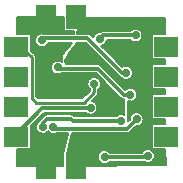
<source format=gbl>
G04 DipTrace 2.4.0.2*
%INECGADCBufferAry.gbl*%
%MOIN*%
%ADD13C,0.01*%
%ADD14C,0.012*%
%ADD17C,0.018*%
%ADD18C,0.006*%
%ADD20R,0.08X0.0669*%
%ADD21R,0.0669X0.08*%
%ADD28C,0.028*%
%ADD29C,0.028*%
%FSLAX44Y44*%
G04*
G70*
G90*
G75*
G01*
%LNBottom*%
%LPD*%
X6533Y6692D2*
D13*
Y6412D1*
X6193Y6073D1*
X4608D1*
X4451Y6229D1*
Y7582D1*
X4096Y7937D1*
X3937D1*
X6409Y5904D2*
D14*
Y5889D1*
X4804D1*
X3852Y4937D1*
X3937D1*
X7591Y7067D2*
X7461D1*
X6307Y8220D1*
X4856D1*
X4782Y8146D1*
X5976Y6338D2*
Y6651D1*
X5663Y6338D2*
X5976D1*
X5663Y6651D1*
X5346D1*
X4858Y7139D1*
Y7589D1*
X4581Y7866D1*
X5536Y7943D2*
X5146D1*
X4931Y7727D1*
X4719D1*
X4581Y7866D1*
X5130Y4587D2*
X4825D1*
X4583Y4829D1*
Y4557D1*
X4311Y4285D1*
X4937Y3937D2*
Y4394D1*
X5130Y4587D1*
X8317Y4297D2*
Y4253D1*
X6881D1*
X6876Y4258D1*
X5173Y5253D2*
Y5201D1*
X7628D1*
X7947Y5519D1*
X7741Y6340D2*
X7513D1*
X6658Y7195D1*
X5361D1*
X5314Y7242D1*
X7910Y8309D2*
X6836D1*
X6725Y8198D1*
X7429Y5461D2*
X5810D1*
X5747Y5525D1*
X4964D1*
X4817Y5378D1*
Y5270D1*
X5937Y3937D2*
D17*
Y4050D1*
X6487Y4599D1*
X7812D1*
X8313Y5100D1*
X8089Y7327D2*
Y7109D1*
X7706Y6725D1*
X7478D1*
X6666Y7537D1*
X5749D1*
X5675Y7464D1*
X8313Y5100D2*
Y7103D1*
X8089Y7327D1*
D14*
Y7891D1*
X8286Y8087D1*
Y8364D1*
X8011Y8639D1*
X6235D1*
X5937Y8937D1*
D29*
X6533Y6692D3*
X6409Y5904D3*
X6876Y4258D3*
X5130Y4587D3*
X5536Y7943D3*
X5675Y7464D3*
X7910Y8309D3*
X8089Y7327D3*
X7741Y6340D3*
X7947Y5519D3*
X8313Y5100D3*
X8317Y4297D3*
X7591Y7067D3*
X7429Y5461D3*
X4782Y8146D3*
X5314Y7242D3*
X6725Y8198D3*
X5173Y5253D3*
X4817Y5270D3*
X4583Y4829D3*
X4311Y4285D3*
X4581Y7866D3*
X6162Y8847D2*
D18*
X8885D1*
X6137Y8788D2*
X8885D1*
X6112Y8730D2*
X8885D1*
X6088Y8671D2*
X8885D1*
X6063Y8613D2*
X8885D1*
X6038Y8554D2*
X8886D1*
X6014Y8496D2*
X7766D1*
X8053D2*
X8886D1*
X5989Y8437D2*
X6749D1*
X8109D2*
X8886D1*
X5980Y8379D2*
X6574D1*
X8137D2*
X8886D1*
X6429Y8320D2*
X6523D1*
X8148D2*
X8439D1*
X8143Y8262D2*
X8439D1*
X8122Y8203D2*
X8439D1*
X6957Y8145D2*
X7739D1*
X8080D2*
X8439D1*
X6935Y8086D2*
X7837D1*
X7982D2*
X8439D1*
X5940Y8027D2*
X6279D1*
X6889D2*
X8439D1*
X5890Y7969D2*
X6337D1*
X6780D2*
X8439D1*
X5840Y7910D2*
X6395D1*
X6838D2*
X8439D1*
X5790Y7852D2*
X6454D1*
X6896D2*
X8439D1*
X5741Y7793D2*
X6513D1*
X6955D2*
X8439D1*
X5692Y7735D2*
X6571D1*
X7014D2*
X8439D1*
X5668Y7676D2*
X6630D1*
X7072D2*
X8439D1*
X5644Y7618D2*
X6688D1*
X7131D2*
X8439D1*
X5618Y7559D2*
X6747D1*
X7189D2*
X8439D1*
X5607Y7501D2*
X6806D1*
X7248D2*
X8890D1*
X5606Y7442D2*
X6864D1*
X7307D2*
X8890D1*
X5606Y7384D2*
X6923D1*
X7365D2*
X8890D1*
X6742Y7325D2*
X6981D1*
X7424D2*
X8439D1*
X6808Y7267D2*
X7040D1*
X7716D2*
X8439D1*
X6866Y7208D2*
X7099D1*
X7781D2*
X8439D1*
X6925Y7150D2*
X7157D1*
X7814D2*
X8439D1*
X6982Y7091D2*
X7215D1*
X7828D2*
X8439D1*
X7041Y7032D2*
X7273D1*
X7827D2*
X8439D1*
X7100Y6974D2*
X7332D1*
X7810D2*
X8439D1*
X7158Y6915D2*
X7409D1*
X7774D2*
X8439D1*
X7217Y6857D2*
X7486D1*
X7697D2*
X8439D1*
X7275Y6798D2*
X8439D1*
X7334Y6740D2*
X8439D1*
X7393Y6681D2*
X8439D1*
X7451Y6623D2*
X8439D1*
X7510Y6564D2*
X7676D1*
X7805D2*
X8439D1*
X7909Y6506D2*
X8894D1*
X7953Y6447D2*
X8894D1*
X7974Y6389D2*
X8895D1*
X7979Y6330D2*
X8439D1*
X7969Y6272D2*
X8439D1*
X7942Y6213D2*
X8439D1*
X7888Y6155D2*
X8439D1*
X7675Y6096D2*
X8439D1*
X7675Y6037D2*
X8439D1*
X7674Y5979D2*
X8439D1*
X7674Y5920D2*
X8439D1*
X7674Y5862D2*
X8439D1*
X7673Y5803D2*
X8439D1*
X7673Y5745D2*
X7885D1*
X8008D2*
X8439D1*
X7673Y5686D2*
X7779D1*
X8114D2*
X8439D1*
X7673Y5628D2*
X7735D1*
X8158D2*
X8439D1*
X7672Y5569D2*
X7714D1*
X8179D2*
X8439D1*
X7672Y5511D2*
X7708D1*
X8185D2*
X8439D1*
X8175Y5452D2*
X8899D1*
X8148Y5394D2*
X8899D1*
X8094Y5335D2*
X8439D1*
X7925Y5277D2*
X8439D1*
X7867Y5218D2*
X8439D1*
X7808Y5160D2*
X8439D1*
X7749Y5101D2*
X8439D1*
X5801Y5042D2*
X8439D1*
X5787Y4984D2*
X8439D1*
X5773Y4925D2*
X8439D1*
X5759Y4867D2*
X8439D1*
X5745Y4808D2*
X8439D1*
X5731Y4750D2*
X8439D1*
X5718Y4691D2*
X8439D1*
X5704Y4633D2*
X8439D1*
X5690Y4574D2*
X8439D1*
X5676Y4516D2*
X8234D1*
X8400D2*
X8439D1*
X5662Y4457D2*
X6751D1*
X7001D2*
X8143D1*
X8491D2*
X8902D1*
X5648Y4399D2*
X6685D1*
X8532D2*
X8902D1*
X5642Y4340D2*
X6653D1*
X8551D2*
X8902D1*
X5641Y4282D2*
X6639D1*
X8554D2*
X8903D1*
X5640Y4223D2*
X6640D1*
X8543D2*
X8903D1*
X5638Y4165D2*
X6657D1*
X8514D2*
X8903D1*
X5637Y4106D2*
X6695D1*
X8455D2*
X8903D1*
X5636Y4047D2*
X6772D1*
X6980D2*
X8904D1*
X5635Y3989D2*
X8904D1*
X8475Y8364D2*
X8893D1*
X8890Y8905D1*
X6180D1*
X6095Y8703D1*
X5975Y8418D1*
X5974Y8371D1*
X6082Y8372D1*
X6307D1*
X6337Y8369D1*
X6366Y8361D1*
X6392Y8347D1*
X6415Y8328D1*
X6498Y8245D1*
X6506Y8274D1*
X6518Y8302D1*
X6533Y8328D1*
X6551Y8351D1*
X6572Y8372D1*
X6596Y8391D1*
X6622Y8406D1*
X6649Y8417D1*
X6678Y8425D1*
X6708Y8429D1*
X6742D1*
X6778Y8449D1*
X6807Y8458D1*
X6836Y8461D1*
X7735Y8462D1*
X7757Y8483D1*
X7780Y8501D1*
X7806Y8516D1*
X7834Y8528D1*
X7863Y8536D1*
X7892Y8540D1*
X7922D1*
X7952Y8537D1*
X7981Y8530D1*
X8009Y8519D1*
X8035Y8504D1*
X8059Y8487D1*
X8081Y8466D1*
X8099Y8443D1*
X8115Y8417D1*
X8127Y8390D1*
X8136Y8361D1*
X8141Y8332D1*
X8142Y8309D1*
X8140Y8279D1*
X8134Y8249D1*
X8125Y8221D1*
X8112Y8194D1*
X8096Y8169D1*
X8076Y8146D1*
X8054Y8126D1*
X8029Y8109D1*
X8003Y8096D1*
X7975Y8085D1*
X7945Y8079D1*
X7916Y8076D1*
X7886Y8077D1*
X7856Y8082D1*
X7828Y8091D1*
X7800Y8104D1*
X7775Y8119D1*
X7752Y8138D1*
X7734Y8156D1*
X6953D1*
X6950Y8139D1*
X6941Y8110D1*
X6928Y8083D1*
X6911Y8058D1*
X6892Y8036D1*
X6870Y8015D1*
X6845Y7998D1*
X6818Y7985D1*
X6773Y7971D1*
X6965Y7778D1*
X7475Y7268D1*
X7515Y7286D1*
X7544Y7294D1*
X7574Y7298D1*
X7604Y7299D1*
X7633Y7295D1*
X7662Y7288D1*
X7690Y7277D1*
X7716Y7262D1*
X7740Y7245D1*
X7762Y7224D1*
X7781Y7201D1*
X7796Y7175D1*
X7809Y7148D1*
X7817Y7120D1*
X7822Y7090D1*
X7823Y7067D1*
X7822Y7037D1*
X7816Y7007D1*
X7806Y6979D1*
X7793Y6952D1*
X7777Y6927D1*
X7758Y6904D1*
X7735Y6884D1*
X7711Y6867D1*
X7684Y6854D1*
X7656Y6844D1*
X7627Y6837D1*
X7597Y6834D1*
X7567Y6836D1*
X7538Y6841D1*
X7509Y6849D1*
X7482Y6862D1*
X7456Y6877D1*
X7433Y6896D1*
X7409Y6923D1*
X7376Y6940D1*
X7353Y6959D1*
X6244Y8068D1*
X5962D1*
X5949Y8045D1*
X5688Y7738D1*
X5601Y7531D1*
X5600Y7347D1*
X6658D1*
X6688Y7344D1*
X6717Y7335D1*
X6743Y7321D1*
X6766Y7302D1*
X7571Y6498D1*
X7588Y6514D1*
X7612Y6533D1*
X7637Y6548D1*
X7665Y6559D1*
X7694Y6567D1*
X7723Y6571D1*
X7753Y6572D1*
X7783Y6568D1*
X7812Y6561D1*
X7840Y6550D1*
X7866Y6535D1*
X7890Y6518D1*
X7912Y6497D1*
X7931Y6474D1*
X7946Y6448D1*
X7958Y6421D1*
X7967Y6392D1*
X7972Y6363D1*
X7973Y6340D1*
X7971Y6310D1*
X7966Y6280D1*
X7956Y6252D1*
X7943Y6225D1*
X7927Y6200D1*
X7907Y6177D1*
X7885Y6157D1*
X7860Y6140D1*
X7834Y6127D1*
X7806Y6116D1*
X7777Y6110D1*
X7747Y6107D1*
X7717Y6109D1*
X7670Y6119D1*
X7665Y5454D1*
X7715Y5503D1*
Y5537D1*
X7719Y5567D1*
X7727Y5596D1*
X7739Y5623D1*
X7754Y5649D1*
X7772Y5673D1*
X7793Y5694D1*
X7817Y5712D1*
X7843Y5727D1*
X7871Y5739D1*
X7899Y5747D1*
X7929Y5751D1*
X7959D1*
X7989Y5748D1*
X8018Y5741D1*
X8045Y5730D1*
X8072Y5715D1*
X8096Y5697D1*
X8117Y5677D1*
X8136Y5654D1*
X8152Y5628D1*
X8164Y5601D1*
X8173Y5572D1*
X8178Y5543D1*
X8179Y5519D1*
X8177Y5489D1*
X8171Y5460D1*
X8162Y5432D1*
X8149Y5405D1*
X8132Y5380D1*
X8113Y5357D1*
X8091Y5337D1*
X8066Y5320D1*
X8040Y5306D1*
X8011Y5296D1*
X7982Y5290D1*
X7952Y5287D1*
X7931Y5288D1*
X7736Y5093D1*
X7712Y5074D1*
X7686Y5060D1*
X7658Y5051D1*
X7628Y5048D1*
X5796D1*
X5636Y4371D1*
X5628Y3946D1*
X8910Y3979D1*
X8908Y4509D1*
X8472Y4510D1*
X8445D1*
Y5364D1*
X8904D1*
Y5510D1*
X8445D1*
Y6364D1*
X8900D1*
Y6510D1*
X8445D1*
Y7364D1*
X8896D1*
Y7511D1*
X8801Y7510D1*
X8445D1*
Y8364D1*
X8475D1*
X7047Y4101D2*
X7020Y4076D1*
X6996Y4059D1*
X6969Y4045D1*
X6941Y4035D1*
X6912Y4028D1*
X6882Y4026D1*
X6852Y4027D1*
X6822Y4032D1*
X6794Y4041D1*
X6767Y4053D1*
X6741Y4069D1*
X6718Y4087D1*
X6697Y4109D1*
X6680Y4133D1*
X6665Y4160D1*
X6655Y4187D1*
X6647Y4216D1*
X6644Y4246D1*
Y4276D1*
X6649Y4306D1*
X6657Y4334D1*
X6668Y4362D1*
X6683Y4388D1*
X6702Y4411D1*
X6723Y4433D1*
X6747Y4451D1*
X6772Y4466D1*
X6800Y4477D1*
X6829Y4485D1*
X6858Y4490D1*
X6888D1*
X6918Y4486D1*
X6947Y4479D1*
X6975Y4468D1*
X7001Y4454D1*
X7025Y4436D1*
X7056Y4404D1*
X7150Y4405D1*
X8112D1*
X8124Y4426D1*
X8143Y4450D1*
X8164Y4471D1*
X8188Y4490D1*
X8213Y4505D1*
X8241Y4516D1*
X8270Y4524D1*
X8299Y4528D1*
X8329Y4529D1*
X8359Y4525D1*
X8388Y4518D1*
X8416Y4507D1*
X8442Y4492D1*
X8466Y4475D1*
X8488Y4454D1*
X8507Y4431D1*
X8522Y4405D1*
X8535Y4378D1*
X8543Y4349D1*
X8548Y4320D1*
X8549Y4297D1*
X8547Y4267D1*
X8542Y4237D1*
X8532Y4209D1*
X8519Y4182D1*
X8503Y4157D1*
X8483Y4134D1*
X8461Y4114D1*
X8437Y4097D1*
X8410Y4084D1*
X8382Y4073D1*
X8353Y4067D1*
X8323Y4064D1*
X8293Y4066D1*
X8263Y4071D1*
X8235Y4079D1*
X8193Y4101D1*
X7046D1*
X3972Y8852D2*
X5504D1*
X3972Y8794D2*
X5504D1*
X3972Y8735D2*
X5504D1*
X3972Y8677D2*
X5504D1*
X3972Y8618D2*
X5504D1*
X3972Y8560D2*
X5504D1*
X3972Y8501D2*
X5504D1*
X3972Y8443D2*
X5847D1*
X3972Y8384D2*
X5846D1*
X4435Y8326D2*
X4629D1*
X4435Y8267D2*
X4577D1*
X4435Y8209D2*
X4552D1*
X4435Y8150D2*
X4544D1*
X4435Y8092D2*
X4550D1*
X4435Y8033D2*
X4573D1*
X4990D2*
X5772D1*
X4435Y7975D2*
X4619D1*
X4944D2*
X5723D1*
X4435Y7916D2*
X4746D1*
X4818D2*
X5673D1*
X4435Y7857D2*
X5623D1*
X4441Y7799D2*
X5573D1*
X4500Y7740D2*
X5523D1*
X4558Y7682D2*
X5474D1*
X4593Y7623D2*
X5460D1*
X4599Y7565D2*
X5459D1*
X4599Y7506D2*
X5441D1*
X4599Y7448D2*
X5201D1*
X4599Y7389D2*
X5128D1*
X4599Y7331D2*
X5093D1*
X4599Y7272D2*
X5077D1*
X4599Y7214D2*
X5077D1*
X4599Y7155D2*
X5092D1*
X4599Y7097D2*
X5127D1*
X4599Y7038D2*
X5196D1*
X5431D2*
X6593D1*
X4599Y6979D2*
X6652D1*
X4599Y6921D2*
X6486D1*
X6580D2*
X6711D1*
X4599Y6862D2*
X6369D1*
X6697D2*
X6769D1*
X4599Y6804D2*
X6323D1*
X6743D2*
X6828D1*
X4599Y6745D2*
X6300D1*
X6765D2*
X6886D1*
X4599Y6687D2*
X6295D1*
X6771D2*
X6945D1*
X4599Y6628D2*
X6303D1*
X6762D2*
X7004D1*
X4599Y6570D2*
X6329D1*
X6736D2*
X7062D1*
X4599Y6511D2*
X6382D1*
X6684D2*
X7121D1*
X4599Y6453D2*
X6366D1*
X6681D2*
X7178D1*
X4599Y6394D2*
X6307D1*
X6680D2*
X7237D1*
X4599Y6336D2*
X6249D1*
X6658D2*
X7296D1*
X4611Y6277D2*
X6190D1*
X6604D2*
X7354D1*
X4669Y6219D2*
X6132D1*
X6546D2*
X7415D1*
X6487Y6160D2*
X7524D1*
X6537Y6102D2*
X7524D1*
X6601Y6043D2*
X7524D1*
X6633Y5984D2*
X7524D1*
X6646Y5926D2*
X7523D1*
X6644Y5867D2*
X7523D1*
X6628Y5809D2*
X7523D1*
X6589Y5750D2*
X7523D1*
X4829Y5692D2*
X6309D1*
X6510D2*
X7395D1*
X7463D2*
X7522D1*
X4770Y5633D2*
X4851D1*
X5860D2*
X7267D1*
X4711Y5575D2*
X4792D1*
X4653Y5516D2*
X4734D1*
X4594Y5458D2*
X4674D1*
X4536Y5399D2*
X4617D1*
X4477Y5341D2*
X4589D1*
X4435Y5282D2*
X4579D1*
X4435Y5224D2*
X4584D1*
X4435Y5165D2*
X4603D1*
X4435Y5107D2*
X4646D1*
X4435Y5048D2*
X4744D1*
X4889D2*
X5057D1*
X5289D2*
X5663D1*
X4435Y4989D2*
X5648D1*
X4435Y4931D2*
X5633D1*
X4435Y4872D2*
X5618D1*
X4435Y4814D2*
X5603D1*
X4435Y4755D2*
X5588D1*
X4435Y4697D2*
X5573D1*
X4435Y4638D2*
X5558D1*
X4435Y4580D2*
X5544D1*
X4435Y4521D2*
X5529D1*
X3976Y4463D2*
X5514D1*
X3976Y4404D2*
X5499D1*
X3976Y4346D2*
X5485D1*
X3976Y4287D2*
X5486D1*
X3976Y4229D2*
X5487D1*
X3976Y4170D2*
X5487D1*
X3976Y4112D2*
X5488D1*
X3976Y4053D2*
X5488D1*
X3977Y3994D2*
X5489D1*
X4429Y5299D2*
Y4510D1*
X3970D1*
X3971Y3972D1*
X5496Y3967D1*
X5492Y4266D1*
Y4354D1*
X5669Y5049D1*
X5533Y5048D1*
X5284D1*
X5238Y5030D1*
X5208Y5023D1*
X5179Y5020D1*
X5149Y5022D1*
X5119Y5027D1*
X5091Y5035D1*
X5064Y5048D1*
X5038Y5063D1*
X5015Y5082D1*
X4987Y5114D1*
X4961Y5088D1*
X4936Y5071D1*
X4910Y5057D1*
X4882Y5047D1*
X4852Y5041D1*
X4823Y5038D1*
X4793Y5039D1*
X4763Y5044D1*
X4735Y5053D1*
X4707Y5065D1*
X4682Y5081D1*
X4659Y5100D1*
X4638Y5122D1*
X4621Y5146D1*
X4606Y5172D1*
X4595Y5200D1*
X4588Y5229D1*
X4585Y5259D1*
Y5288D1*
X4589Y5318D1*
X4597Y5347D1*
X4609Y5374D1*
X4624Y5400D1*
X4642Y5424D1*
X4664Y5445D1*
X4693Y5466D1*
X4730Y5507D1*
X4856Y5633D1*
X4879Y5652D1*
X4906Y5666D1*
X4934Y5674D1*
X4964Y5677D1*
X5747D1*
X5776Y5674D1*
X5805Y5666D1*
X5831Y5652D1*
X5854Y5633D1*
X5874Y5614D1*
X7255Y5615D1*
X7276Y5636D1*
X7300Y5654D1*
X7325Y5669D1*
X7353Y5681D1*
X7382Y5689D1*
X7411Y5693D1*
X7441D1*
X7471Y5690D1*
X7500Y5682D1*
X7529Y5671D1*
Y5935D1*
X7530Y6167D1*
X7510Y6187D1*
X7483Y6190D1*
X7455Y6199D1*
X7429Y6213D1*
X7405Y6232D1*
X6596Y7042D1*
X5432D1*
X5407Y7029D1*
X5379Y7019D1*
X5349Y7012D1*
X5320Y7010D1*
X5290Y7011D1*
X5260Y7016D1*
X5232Y7024D1*
X5204Y7037D1*
X5179Y7053D1*
X5156Y7071D1*
X5135Y7093D1*
X5118Y7117D1*
X5103Y7144D1*
X5092Y7171D1*
X5085Y7200D1*
X5082Y7230D1*
Y7260D1*
X5086Y7290D1*
X5094Y7318D1*
X5106Y7346D1*
X5121Y7372D1*
X5139Y7395D1*
X5161Y7416D1*
X5184Y7435D1*
X5210Y7450D1*
X5238Y7461D1*
X5267Y7469D1*
X5296Y7473D1*
X5326Y7474D1*
X5356Y7470D1*
X5385Y7463D1*
X5413Y7452D1*
X5446Y7433D1*
X5443Y7452D1*
Y7482D1*
X5448Y7511D1*
X5456Y7540D1*
X5466Y7564D1*
Y7656D1*
X5473Y7674D1*
X5808Y8068D1*
X4999D1*
X4984Y8032D1*
X4967Y8007D1*
X4948Y7984D1*
X4926Y7964D1*
X4901Y7947D1*
X4875Y7933D1*
X4846Y7923D1*
X4817Y7917D1*
X4787Y7914D1*
X4758Y7915D1*
X4728Y7920D1*
X4699Y7929D1*
X4672Y7941D1*
X4647Y7957D1*
X4624Y7976D1*
X4603Y7997D1*
X4585Y8022D1*
X4571Y8048D1*
X4560Y8076D1*
X4553Y8105D1*
X4550Y8134D1*
Y8164D1*
X4554Y8194D1*
X4562Y8223D1*
X4574Y8250D1*
X4589Y8276D1*
X4607Y8300D1*
X4628Y8321D1*
X4652Y8339D1*
X4678Y8354D1*
X4706Y8366D1*
X4734Y8374D1*
X4764Y8378D1*
X4794D1*
X4837Y8371D1*
X4915Y8372D1*
X5853D1*
Y8435D1*
Y8445D1*
X5510D1*
Y8909D1*
X5291D1*
X3966Y8911D1*
Y8364D1*
X4429D1*
X4430Y7805D1*
X4552Y7683D1*
X4571Y7660D1*
X4584Y7633D1*
X4591Y7610D1*
X4594Y7552D1*
Y6287D1*
X4667Y6215D1*
X6135Y6216D1*
X6390Y6472D1*
Y6509D1*
X6354Y6544D1*
X6337Y6568D1*
X6322Y6594D1*
X6311Y6622D1*
X6304Y6651D1*
X6301Y6681D1*
Y6711D1*
X6305Y6740D1*
X6313Y6769D1*
X6325Y6797D1*
X6340Y6822D1*
X6358Y6846D1*
X6380Y6867D1*
X6403Y6885D1*
X6429Y6900D1*
X6457Y6912D1*
X6485Y6920D1*
X6515Y6924D1*
X6545D1*
X6575Y6921D1*
X6604Y6914D1*
X6631Y6903D1*
X6658Y6888D1*
X6682Y6871D1*
X6703Y6850D1*
X6722Y6827D1*
X6738Y6801D1*
X6750Y6774D1*
X6759Y6745D1*
X6764Y6716D1*
X6765Y6692D1*
X6763Y6663D1*
X6757Y6633D1*
X6748Y6605D1*
X6735Y6578D1*
X6718Y6553D1*
X6699Y6530D1*
X6674Y6509D1*
X6675Y6412D1*
X6672Y6383D1*
X6663Y6354D1*
X6651Y6334D1*
X6612Y6291D1*
X6453Y6131D1*
X6480Y6125D1*
X6508Y6114D1*
X6534Y6100D1*
X6558Y6082D1*
X6580Y6061D1*
X6599Y6038D1*
X6615Y6013D1*
X6627Y5985D1*
X6636Y5957D1*
X6640Y5927D1*
X6642Y5904D1*
X6640Y5874D1*
X6634Y5845D1*
X6625Y5816D1*
X6612Y5789D1*
X6595Y5764D1*
X6576Y5742D1*
X6553Y5722D1*
X6529Y5705D1*
X6502Y5691D1*
X6474Y5681D1*
X6445Y5674D1*
X6415Y5672D1*
X6385Y5673D1*
X6356Y5678D1*
X6327Y5686D1*
X6300Y5699D1*
X6275Y5715D1*
X6248Y5737D1*
X5781Y5736D1*
X4867D1*
X4429Y5299D1*
D20*
X8937Y7937D3*
Y6937D3*
Y5937D3*
Y4937D3*
X3937D3*
Y5937D3*
Y6937D3*
Y7937D3*
D21*
X5937Y3937D3*
X4937D3*
D28*
X5976Y6651D3*
X5663D3*
Y6338D3*
X5976D3*
D21*
X5937Y8937D3*
X4937D3*
M02*

</source>
